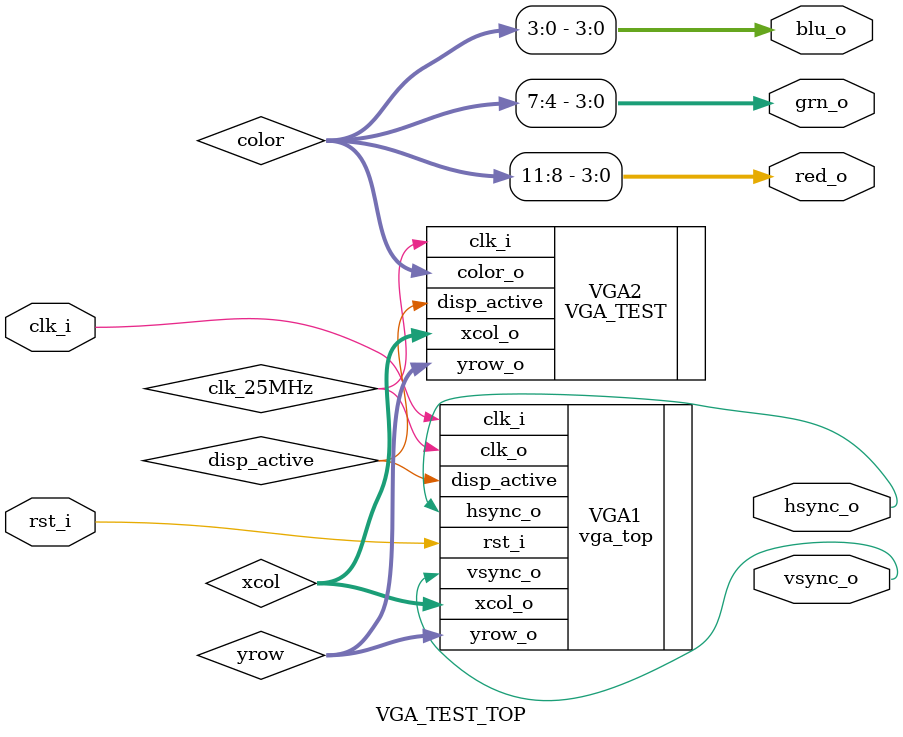
<source format=v>
`timescale 1ns / 1ps


module VGA_TEST_TOP(
    input clk_i, rst_i, // 25MHz clk, active high reset
    output hsync_o, vsync_o,
    output [3:0] red_o, grn_o, blu_o 
    );
    
wire disp_active, clk_25MHz;
wire[9:0] xcol, yrow; 
wire[11:0] color;  
 
    
vga_top VGA1(.clk_i(clk_i), .rst_i(rst_i), .hsync_o(hsync_o), .vsync_o(vsync_o),
             .clk_o(clk_25MHz), .disp_active(disp_active),.xcol_o(xcol), .yrow_o(yrow)); 
VGA_TEST VGA2(.clk_i(clk_25MHz), .disp_active(disp_active), .xcol_o(xcol), .yrow_o(yrow),
              .color_o(color)); 

assign red_o = color[11:8];
assign grn_o = color[7:4];
assign blu_o = color[3:0];             
                 
endmodule

</source>
